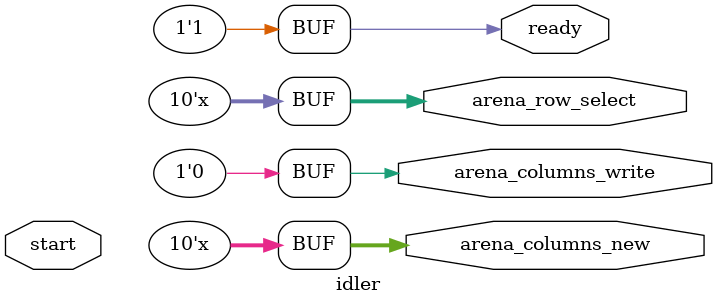
<source format=v>

module idler #(
    parameter ARENA_WIDTH = 10,
    parameter ARENA_HEIGHT = 10
) (
    input start,
    output ready,
    output [9:0] arena_row_select,
    output [ARENA_WIDTH-1:0] arena_columns_new,
    output arena_columns_write
);

    assign ready = 1'b1; 
    assign arena_row_select = {10{1'bx}};
    assign arena_columns_new = {ARENA_WIDTH{1'bx}};
    assign arena_columns_write = 1'b0;

endmodule


</source>
